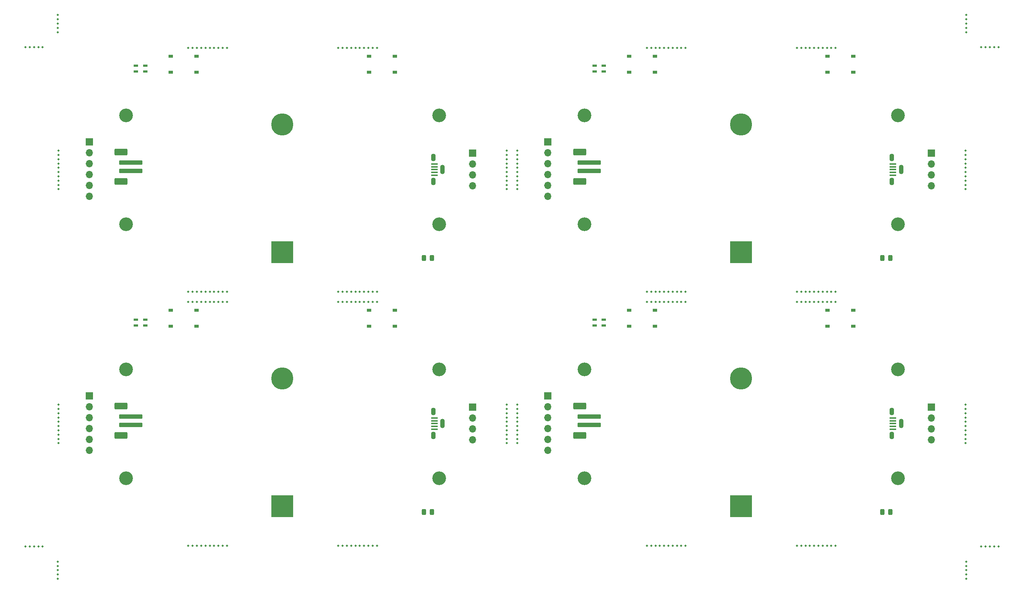
<source format=gbr>
%TF.GenerationSoftware,KiCad,Pcbnew,6.0.11-2627ca5db0~126~ubuntu20.04.1*%
%TF.CreationDate,2024-09-10T20:57:43-04:00*%
%TF.ProjectId,panel,70616e65-6c2e-46b6-9963-61645f706362,rev?*%
%TF.SameCoordinates,Original*%
%TF.FileFunction,Soldermask,Bot*%
%TF.FilePolarity,Negative*%
%FSLAX46Y46*%
G04 Gerber Fmt 4.6, Leading zero omitted, Abs format (unit mm)*
G04 Created by KiCad (PCBNEW 6.0.11-2627ca5db0~126~ubuntu20.04.1) date 2024-09-10 20:57:43*
%MOMM*%
%LPD*%
G01*
G04 APERTURE LIST*
G04 Aperture macros list*
%AMRoundRect*
0 Rectangle with rounded corners*
0 $1 Rounding radius*
0 $2 $3 $4 $5 $6 $7 $8 $9 X,Y pos of 4 corners*
0 Add a 4 corners polygon primitive as box body*
4,1,4,$2,$3,$4,$5,$6,$7,$8,$9,$2,$3,0*
0 Add four circle primitives for the rounded corners*
1,1,$1+$1,$2,$3*
1,1,$1+$1,$4,$5*
1,1,$1+$1,$6,$7*
1,1,$1+$1,$8,$9*
0 Add four rect primitives between the rounded corners*
20,1,$1+$1,$2,$3,$4,$5,0*
20,1,$1+$1,$4,$5,$6,$7,0*
20,1,$1+$1,$6,$7,$8,$9,0*
20,1,$1+$1,$8,$9,$2,$3,0*%
G04 Aperture macros list end*
%ADD10C,0.500000*%
%ADD11C,3.200000*%
%ADD12RoundRect,0.243750X0.243750X0.456250X-0.243750X0.456250X-0.243750X-0.456250X0.243750X-0.456250X0*%
%ADD13R,1.000000X0.600000*%
%ADD14R,5.175000X5.175000*%
%ADD15C,5.175000*%
%ADD16R,1.000000X0.700000*%
%ADD17R,1.700000X1.700000*%
%ADD18O,1.700000X1.700000*%
%ADD19R,1.500000X0.450000*%
%ADD20O,1.100000X1.800000*%
%ADD21O,1.100000X2.200000*%
%ADD22RoundRect,0.250000X-2.500000X0.250000X-2.500000X-0.250000X2.500000X-0.250000X2.500000X0.250000X0*%
%ADD23RoundRect,0.250000X-1.250000X0.550000X-1.250000X-0.550000X1.250000X-0.550000X1.250000X0.550000X0*%
G04 APERTURE END LIST*
D10*
%TO.C,KiKit_MB_2_1*%
X112692600Y-32133800D03*
%TD*%
%TO.C,KiKit_MB_22_3*%
X182321000Y-67467600D03*
%TD*%
%TO.C,KiKit_MB_7_2*%
X115092600Y-40133800D03*
%TD*%
%TO.C,KiKit_MB_4_5*%
X77428400Y-8200000D03*
%TD*%
%TO.C,KiKit_MB_30_4*%
X2500000Y-124535200D03*
%TD*%
%TO.C,KiKit_MB_15_1*%
X38464200Y-67467600D03*
%TD*%
%TO.C,KiKit_MB_10_2*%
X181321000Y-8200000D03*
%TD*%
%TO.C,KiKit_MB_5_8*%
X40464200Y-65067600D03*
%TD*%
%TO.C,KiKit_MB_1_4*%
X8200000Y-38133800D03*
%TD*%
%TO.C,KiKit_MB_14_8*%
X112692600Y-98401400D03*
%TD*%
%TO.C,KiKit_MB_4_6*%
X78428400Y-8200000D03*
%TD*%
%TO.C,KiKit_MB_18_1*%
X82428400Y-124335200D03*
%TD*%
%TO.C,KiKit_MB_4_2*%
X74428400Y-8200000D03*
%TD*%
%TO.C,KiKit_MB_21_7*%
X151356800Y-67467600D03*
%TD*%
D11*
%TO.C,H2*%
X130826400Y-49333800D03*
%TD*%
D10*
%TO.C,KiKit_MB_28_6*%
X219785200Y-132035200D03*
%TD*%
%TO.C,KiKit_MB_15_9*%
X46464200Y-67467600D03*
%TD*%
%TO.C,KiKit_MB_16_2*%
X74428400Y-67467600D03*
%TD*%
%TO.C,KiKit_MB_4_4*%
X76428400Y-8200000D03*
%TD*%
%TO.C,KiKit_MB_19_1*%
X115092600Y-100401400D03*
%TD*%
%TO.C,KiKit_MB_8_2*%
X219585200Y-33133800D03*
%TD*%
%TO.C,KiKit_MB_17_4*%
X44464200Y-124335200D03*
%TD*%
%TO.C,KiKit_MB_19_9*%
X115092600Y-92401400D03*
%TD*%
%TO.C,KiKit_MB_11_7*%
X148356800Y-65067600D03*
%TD*%
%TO.C,KiKit_MB_13_1*%
X8200000Y-100401400D03*
%TD*%
%TO.C,KiKit_MB_7_4*%
X115092600Y-38133800D03*
%TD*%
%TO.C,KiKit_MB_23_7*%
X148356800Y-124335200D03*
%TD*%
D11*
%TO.C,H1*%
X96958800Y-108601400D03*
%TD*%
D10*
%TO.C,KiKit_MB_8_5*%
X219585200Y-36133800D03*
%TD*%
%TO.C,KiKit_MB_4_10*%
X82428400Y-8200000D03*
%TD*%
%TO.C,KiKit_MB_5_7*%
X41464200Y-65067600D03*
%TD*%
%TO.C,KiKit_MB_1_1*%
X8200000Y-41133800D03*
%TD*%
%TO.C,KiKit_MB_2_9*%
X112692600Y-40133800D03*
%TD*%
%TO.C,KiKit_MB_20_1*%
X219585200Y-91401400D03*
%TD*%
%TO.C,KiKit_MB_12_5*%
X185321000Y-65067600D03*
%TD*%
%TO.C,KiKit_MB_23_4*%
X151356800Y-124335200D03*
%TD*%
%TO.C,KiKit_MB_3_9*%
X46464200Y-8200000D03*
%TD*%
%TO.C,KiKit_MB_21_10*%
X154356800Y-67467600D03*
%TD*%
%TO.C,KiKit_MB_22_8*%
X187321000Y-67467600D03*
%TD*%
%TO.C,KiKit_MB_23_10*%
X145356800Y-124335200D03*
%TD*%
%TO.C,KiKit_MB_10_10*%
X189321000Y-8200000D03*
%TD*%
%TO.C,KiKit_MB_16_3*%
X75428400Y-67467600D03*
%TD*%
%TO.C,KiKit_MB_12_3*%
X187321000Y-65067600D03*
%TD*%
%TO.C,KiKit_MB_14_10*%
X112692600Y-100401400D03*
%TD*%
D11*
%TO.C,H1*%
X203851400Y-49333800D03*
%TD*%
D10*
%TO.C,KiKit_MB_23_8*%
X147356800Y-124335200D03*
%TD*%
%TO.C,KiKit_MB_15_8*%
X45464200Y-67467600D03*
%TD*%
%TO.C,KiKit_MB_2_10*%
X112692600Y-41133800D03*
%TD*%
%TO.C,KiKit_MB_11_1*%
X154356800Y-65067600D03*
%TD*%
%TO.C,KiKit_MB_12_2*%
X188321000Y-65067600D03*
%TD*%
%TO.C,KiKit_MB_14_6*%
X112692600Y-96401400D03*
%TD*%
%TO.C,KiKit_MB_19_4*%
X115092600Y-97401400D03*
%TD*%
%TO.C,KiKit_MB_29_5*%
X3500000Y-8000000D03*
%TD*%
%TO.C,KiKit_MB_9_1*%
X145356800Y-8200000D03*
%TD*%
%TO.C,KiKit_MB_13_6*%
X8200000Y-95401400D03*
%TD*%
%TO.C,KiKit_MB_22_10*%
X189321000Y-67467600D03*
%TD*%
%TO.C,KiKit_MB_8_4*%
X219585200Y-35133800D03*
%TD*%
%TO.C,KiKit_MB_14_3*%
X112692600Y-93401400D03*
%TD*%
%TO.C,KiKit_MB_27_3*%
X8000000Y-129035200D03*
%TD*%
%TO.C,KiKit_MB_27_5*%
X8000000Y-131035200D03*
%TD*%
%TO.C,KiKit_MB_20_2*%
X219585200Y-92401400D03*
%TD*%
%TO.C,KiKit_MB_3_5*%
X42464200Y-8200000D03*
%TD*%
%TO.C,KiKit_MB_20_7*%
X219585200Y-97401400D03*
%TD*%
%TO.C,KiKit_MB_24_6*%
X184321000Y-124335200D03*
%TD*%
%TO.C,KiKit_MB_14_7*%
X112692600Y-97401400D03*
%TD*%
%TO.C,KiKit_MB_23_2*%
X153356800Y-124335200D03*
%TD*%
%TO.C,KiKit_MB_31_4*%
X225285200Y-8000000D03*
%TD*%
%TO.C,KiKit_MB_10_8*%
X187321000Y-8200000D03*
%TD*%
%TO.C,KiKit_MB_25_4*%
X8000000Y-2500000D03*
%TD*%
%TO.C,KiKit_MB_7_5*%
X115092600Y-37133800D03*
%TD*%
%TO.C,KiKit_MB_18_4*%
X79428400Y-124335200D03*
%TD*%
%TO.C,KiKit_MB_19_7*%
X115092600Y-94401400D03*
%TD*%
%TO.C,KiKit_MB_7_9*%
X115092600Y-33133800D03*
%TD*%
D11*
%TO.C,H4*%
X203851400Y-23933800D03*
%TD*%
D10*
%TO.C,KiKit_MB_1_5*%
X8200000Y-37133800D03*
%TD*%
%TO.C,KiKit_MB_1_3*%
X8200000Y-39133800D03*
%TD*%
%TO.C,KiKit_MB_31_3*%
X224285200Y-8000000D03*
%TD*%
%TO.C,KiKit_MB_2_7*%
X112692600Y-38133800D03*
%TD*%
%TO.C,KiKit_MB_16_5*%
X77428400Y-67467600D03*
%TD*%
%TO.C,KiKit_MB_21_4*%
X148356800Y-67467600D03*
%TD*%
%TO.C,KiKit_MB_7_3*%
X115092600Y-39133800D03*
%TD*%
D11*
%TO.C,H4*%
X96958800Y-23933800D03*
%TD*%
D10*
%TO.C,KiKit_MB_26_2*%
X219785200Y-500000D03*
%TD*%
%TO.C,KiKit_MB_13_8*%
X8200000Y-93401400D03*
%TD*%
%TO.C,KiKit_MB_12_10*%
X180321000Y-65067600D03*
%TD*%
%TO.C,KiKit_MB_30_5*%
X3500000Y-124535200D03*
%TD*%
%TO.C,KiKit_MB_24_9*%
X181321000Y-124335200D03*
%TD*%
%TO.C,KiKit_MB_18_7*%
X76428400Y-124335200D03*
%TD*%
%TO.C,KiKit_MB_16_8*%
X80428400Y-67467600D03*
%TD*%
%TO.C,KiKit_MB_28_2*%
X219785200Y-128035200D03*
%TD*%
%TO.C,KiKit_MB_11_9*%
X146356800Y-65067600D03*
%TD*%
%TO.C,KiKit_MB_16_6*%
X78428400Y-67467600D03*
%TD*%
%TO.C,KiKit_MB_22_5*%
X184321000Y-67467600D03*
%TD*%
%TO.C,KiKit_MB_5_5*%
X43464200Y-65067600D03*
%TD*%
D11*
%TO.C,H3*%
X130826400Y-23933800D03*
%TD*%
D10*
%TO.C,KiKit_MB_18_8*%
X75428400Y-124335200D03*
%TD*%
%TO.C,KiKit_MB_2_2*%
X112692600Y-33133800D03*
%TD*%
%TO.C,KiKit_MB_15_7*%
X44464200Y-67467600D03*
%TD*%
%TO.C,KiKit_MB_19_3*%
X115092600Y-98401400D03*
%TD*%
%TO.C,KiKit_MB_21_9*%
X153356800Y-67467600D03*
%TD*%
D11*
%TO.C,H2*%
X130826400Y-108601400D03*
%TD*%
D10*
%TO.C,KiKit_MB_11_2*%
X153356800Y-65067600D03*
%TD*%
%TO.C,KiKit_MB_20_9*%
X219585200Y-99401400D03*
%TD*%
%TO.C,KiKit_MB_11_10*%
X145356800Y-65067600D03*
%TD*%
%TO.C,KiKit_MB_8_7*%
X219585200Y-38133800D03*
%TD*%
%TO.C,KiKit_MB_22_4*%
X183321000Y-67467600D03*
%TD*%
%TO.C,KiKit_MB_1_7*%
X8200000Y-35133800D03*
%TD*%
%TO.C,KiKit_MB_22_7*%
X186321000Y-67467600D03*
%TD*%
%TO.C,KiKit_MB_24_7*%
X183321000Y-124335200D03*
%TD*%
%TO.C,KiKit_MB_10_1*%
X180321000Y-8200000D03*
%TD*%
%TO.C,KiKit_MB_2_3*%
X112692600Y-34133800D03*
%TD*%
%TO.C,KiKit_MB_21_6*%
X150356800Y-67467600D03*
%TD*%
D11*
%TO.C,H1*%
X96958800Y-49333800D03*
%TD*%
D10*
%TO.C,KiKit_MB_26_5*%
X219785200Y-3500000D03*
%TD*%
%TO.C,KiKit_MB_11_4*%
X151356800Y-65067600D03*
%TD*%
D11*
%TO.C,H2*%
X23933800Y-49333800D03*
%TD*%
D10*
%TO.C,KiKit_MB_17_7*%
X41464200Y-124335200D03*
%TD*%
%TO.C,KiKit_MB_12_1*%
X189321000Y-65067600D03*
%TD*%
%TO.C,KiKit_MB_2_5*%
X112692600Y-36133800D03*
%TD*%
%TO.C,KiKit_MB_5_9*%
X39464200Y-65067600D03*
%TD*%
%TO.C,KiKit_MB_16_9*%
X81428400Y-67467600D03*
%TD*%
%TO.C,KiKit_MB_6_2*%
X81428400Y-65067600D03*
%TD*%
%TO.C,KiKit_MB_3_10*%
X47464200Y-8200000D03*
%TD*%
%TO.C,KiKit_MB_29_4*%
X2500000Y-8000000D03*
%TD*%
%TO.C,KiKit_MB_25_6*%
X8000000Y-4500000D03*
%TD*%
%TO.C,KiKit_MB_10_7*%
X186321000Y-8200000D03*
%TD*%
%TO.C,KiKit_MB_26_6*%
X219785200Y-4500000D03*
%TD*%
%TO.C,KiKit_MB_31_2*%
X223285200Y-8000000D03*
%TD*%
%TO.C,KiKit_MB_25_5*%
X8000000Y-3500000D03*
%TD*%
%TO.C,KiKit_MB_12_7*%
X183321000Y-65067600D03*
%TD*%
%TO.C,KiKit_MB_19_5*%
X115092600Y-96401400D03*
%TD*%
%TO.C,KiKit_MB_6_10*%
X73428400Y-65067600D03*
%TD*%
%TO.C,KiKit_MB_3_2*%
X39464200Y-8200000D03*
%TD*%
%TO.C,KiKit_MB_21_8*%
X152356800Y-67467600D03*
%TD*%
%TO.C,KiKit_MB_6_6*%
X77428400Y-65067600D03*
%TD*%
%TO.C,KiKit_MB_1_6*%
X8200000Y-36133800D03*
%TD*%
%TO.C,KiKit_MB_14_1*%
X112692600Y-91401400D03*
%TD*%
%TO.C,KiKit_MB_1_9*%
X8200000Y-33133800D03*
%TD*%
%TO.C,KiKit_MB_23_6*%
X149356800Y-124335200D03*
%TD*%
%TO.C,KiKit_MB_17_9*%
X39464200Y-124335200D03*
%TD*%
%TO.C,KiKit_MB_13_3*%
X8200000Y-98401400D03*
%TD*%
%TO.C,KiKit_MB_10_4*%
X183321000Y-8200000D03*
%TD*%
%TO.C,KiKit_MB_18_6*%
X77428400Y-124335200D03*
%TD*%
%TO.C,KiKit_MB_26_4*%
X219785200Y-2500000D03*
%TD*%
%TO.C,KiKit_MB_22_6*%
X185321000Y-67467600D03*
%TD*%
%TO.C,KiKit_MB_7_10*%
X115092600Y-32133800D03*
%TD*%
%TO.C,KiKit_MB_20_4*%
X219585200Y-94401400D03*
%TD*%
%TO.C,KiKit_MB_3_1*%
X38464200Y-8200000D03*
%TD*%
%TO.C,KiKit_MB_13_4*%
X8200000Y-97401400D03*
%TD*%
%TO.C,KiKit_MB_30_2*%
X500000Y-124535200D03*
%TD*%
%TO.C,KiKit_MB_14_4*%
X112692600Y-94401400D03*
%TD*%
%TO.C,KiKit_MB_9_10*%
X154356800Y-8200000D03*
%TD*%
%TO.C,KiKit_MB_12_9*%
X181321000Y-65067600D03*
%TD*%
%TO.C,KiKit_MB_13_10*%
X8200000Y-91401400D03*
%TD*%
%TO.C,KiKit_MB_24_8*%
X182321000Y-124335200D03*
%TD*%
%TO.C,KiKit_MB_27_6*%
X8000000Y-132035200D03*
%TD*%
%TO.C,KiKit_MB_10_5*%
X184321000Y-8200000D03*
%TD*%
%TO.C,KiKit_MB_28_3*%
X219785200Y-129035200D03*
%TD*%
%TO.C,KiKit_MB_15_6*%
X43464200Y-67467600D03*
%TD*%
%TO.C,KiKit_MB_6_5*%
X78428400Y-65067600D03*
%TD*%
%TO.C,KiKit_MB_4_3*%
X75428400Y-8200000D03*
%TD*%
%TO.C,KiKit_MB_20_3*%
X219585200Y-93401400D03*
%TD*%
%TO.C,KiKit_MB_6_4*%
X79428400Y-65067600D03*
%TD*%
%TO.C,KiKit_MB_4_1*%
X73428400Y-8200000D03*
%TD*%
%TO.C,KiKit_MB_32_3*%
X224285200Y-124535200D03*
%TD*%
D11*
%TO.C,H4*%
X96958800Y-83201400D03*
%TD*%
D10*
%TO.C,KiKit_MB_19_10*%
X115092600Y-91401400D03*
%TD*%
%TO.C,KiKit_MB_7_6*%
X115092600Y-36133800D03*
%TD*%
%TO.C,KiKit_MB_20_5*%
X219585200Y-95401400D03*
%TD*%
%TO.C,KiKit_MB_19_6*%
X115092600Y-95401400D03*
%TD*%
%TO.C,KiKit_MB_27_4*%
X8000000Y-130035200D03*
%TD*%
%TO.C,KiKit_MB_5_2*%
X46464200Y-65067600D03*
%TD*%
%TO.C,KiKit_MB_30_6*%
X4500000Y-124535200D03*
%TD*%
%TO.C,KiKit_MB_14_5*%
X112692600Y-95401400D03*
%TD*%
%TO.C,KiKit_MB_31_5*%
X226285200Y-8000000D03*
%TD*%
D11*
%TO.C,H2*%
X23933800Y-108601400D03*
%TD*%
D10*
%TO.C,KiKit_MB_17_2*%
X46464200Y-124335200D03*
%TD*%
%TO.C,KiKit_MB_11_8*%
X147356800Y-65067600D03*
%TD*%
%TO.C,KiKit_MB_15_2*%
X39464200Y-67467600D03*
%TD*%
%TO.C,KiKit_MB_17_1*%
X47464200Y-124335200D03*
%TD*%
%TO.C,KiKit_MB_9_6*%
X150356800Y-8200000D03*
%TD*%
%TO.C,KiKit_MB_21_2*%
X146356800Y-67467600D03*
%TD*%
%TO.C,KiKit_MB_18_9*%
X74428400Y-124335200D03*
%TD*%
%TO.C,KiKit_MB_26_3*%
X219785200Y-1500000D03*
%TD*%
%TO.C,KiKit_MB_17_5*%
X43464200Y-124335200D03*
%TD*%
%TO.C,KiKit_MB_32_2*%
X223285200Y-124535200D03*
%TD*%
%TO.C,KiKit_MB_10_9*%
X188321000Y-8200000D03*
%TD*%
%TO.C,KiKit_MB_28_4*%
X219785200Y-130035200D03*
%TD*%
%TO.C,KiKit_MB_6_1*%
X82428400Y-65067600D03*
%TD*%
%TO.C,KiKit_MB_19_8*%
X115092600Y-93401400D03*
%TD*%
%TO.C,KiKit_MB_18_10*%
X73428400Y-124335200D03*
%TD*%
%TO.C,KiKit_MB_13_5*%
X8200000Y-96401400D03*
%TD*%
%TO.C,KiKit_MB_21_3*%
X147356800Y-67467600D03*
%TD*%
%TO.C,KiKit_MB_3_6*%
X43464200Y-8200000D03*
%TD*%
%TO.C,KiKit_MB_15_5*%
X42464200Y-67467600D03*
%TD*%
%TO.C,KiKit_MB_3_4*%
X41464200Y-8200000D03*
%TD*%
%TO.C,KiKit_MB_27_2*%
X8000000Y-128035200D03*
%TD*%
%TO.C,KiKit_MB_31_6*%
X227285200Y-8000000D03*
%TD*%
%TO.C,KiKit_MB_3_7*%
X44464200Y-8200000D03*
%TD*%
%TO.C,KiKit_MB_23_1*%
X154356800Y-124335200D03*
%TD*%
%TO.C,KiKit_MB_13_9*%
X8200000Y-92401400D03*
%TD*%
%TO.C,KiKit_MB_19_2*%
X115092600Y-99401400D03*
%TD*%
%TO.C,KiKit_MB_17_3*%
X45464200Y-124335200D03*
%TD*%
%TO.C,KiKit_MB_8_3*%
X219585200Y-34133800D03*
%TD*%
%TO.C,KiKit_MB_24_3*%
X187321000Y-124335200D03*
%TD*%
%TO.C,KiKit_MB_20_10*%
X219585200Y-100401400D03*
%TD*%
%TO.C,KiKit_MB_6_9*%
X74428400Y-65067600D03*
%TD*%
%TO.C,KiKit_MB_15_10*%
X47464200Y-67467600D03*
%TD*%
%TO.C,KiKit_MB_12_8*%
X182321000Y-65067600D03*
%TD*%
%TO.C,KiKit_MB_3_3*%
X40464200Y-8200000D03*
%TD*%
%TO.C,KiKit_MB_9_9*%
X153356800Y-8200000D03*
%TD*%
%TO.C,KiKit_MB_25_2*%
X8000000Y-500000D03*
%TD*%
%TO.C,KiKit_MB_5_6*%
X42464200Y-65067600D03*
%TD*%
%TO.C,KiKit_MB_8_8*%
X219585200Y-39133800D03*
%TD*%
%TO.C,KiKit_MB_24_5*%
X185321000Y-124335200D03*
%TD*%
%TO.C,KiKit_MB_22_2*%
X181321000Y-67467600D03*
%TD*%
%TO.C,KiKit_MB_14_2*%
X112692600Y-92401400D03*
%TD*%
%TO.C,KiKit_MB_12_4*%
X186321000Y-65067600D03*
%TD*%
%TO.C,KiKit_MB_8_10*%
X219585200Y-41133800D03*
%TD*%
%TO.C,KiKit_MB_12_6*%
X184321000Y-65067600D03*
%TD*%
%TO.C,KiKit_MB_28_5*%
X219785200Y-131035200D03*
%TD*%
%TO.C,KiKit_MB_29_3*%
X1500000Y-8000000D03*
%TD*%
%TO.C,KiKit_MB_9_2*%
X146356800Y-8200000D03*
%TD*%
%TO.C,KiKit_MB_24_2*%
X188321000Y-124335200D03*
%TD*%
%TO.C,KiKit_MB_18_2*%
X81428400Y-124335200D03*
%TD*%
%TO.C,KiKit_MB_11_6*%
X149356800Y-65067600D03*
%TD*%
%TO.C,KiKit_MB_8_9*%
X219585200Y-40133800D03*
%TD*%
%TO.C,KiKit_MB_18_3*%
X80428400Y-124335200D03*
%TD*%
%TO.C,KiKit_MB_29_2*%
X500000Y-8000000D03*
%TD*%
%TO.C,KiKit_MB_9_3*%
X147356800Y-8200000D03*
%TD*%
%TO.C,KiKit_MB_15_4*%
X41464200Y-67467600D03*
%TD*%
%TO.C,KiKit_MB_9_5*%
X149356800Y-8200000D03*
%TD*%
D11*
%TO.C,H3*%
X130826400Y-83201400D03*
%TD*%
D10*
%TO.C,KiKit_MB_4_8*%
X80428400Y-8200000D03*
%TD*%
%TO.C,KiKit_MB_2_6*%
X112692600Y-37133800D03*
%TD*%
%TO.C,KiKit_MB_17_6*%
X42464200Y-124335200D03*
%TD*%
%TO.C,KiKit_MB_21_5*%
X149356800Y-67467600D03*
%TD*%
%TO.C,KiKit_MB_14_9*%
X112692600Y-99401400D03*
%TD*%
%TO.C,KiKit_MB_10_3*%
X182321000Y-8200000D03*
%TD*%
%TO.C,KiKit_MB_32_5*%
X226285200Y-124535200D03*
%TD*%
%TO.C,KiKit_MB_6_3*%
X80428400Y-65067600D03*
%TD*%
%TO.C,KiKit_MB_6_7*%
X76428400Y-65067600D03*
%TD*%
%TO.C,KiKit_MB_21_1*%
X145356800Y-67467600D03*
%TD*%
%TO.C,KiKit_MB_15_3*%
X40464200Y-67467600D03*
%TD*%
D11*
%TO.C,H3*%
X23933800Y-83201400D03*
%TD*%
%TO.C,H3*%
X23933800Y-23933800D03*
%TD*%
D10*
%TO.C,KiKit_MB_17_8*%
X40464200Y-124335200D03*
%TD*%
%TO.C,KiKit_MB_16_7*%
X79428400Y-67467600D03*
%TD*%
D11*
%TO.C,H4*%
X203851400Y-83201400D03*
%TD*%
%TO.C,H1*%
X203851400Y-108601400D03*
%TD*%
D10*
%TO.C,KiKit_MB_5_4*%
X44464200Y-65067600D03*
%TD*%
%TO.C,KiKit_MB_24_1*%
X189321000Y-124335200D03*
%TD*%
%TO.C,KiKit_MB_32_6*%
X227285200Y-124535200D03*
%TD*%
%TO.C,KiKit_MB_7_8*%
X115092600Y-34133800D03*
%TD*%
%TO.C,KiKit_MB_8_1*%
X219585200Y-32133800D03*
%TD*%
%TO.C,KiKit_MB_1_10*%
X8200000Y-32133800D03*
%TD*%
%TO.C,KiKit_MB_20_8*%
X219585200Y-98401400D03*
%TD*%
%TO.C,KiKit_MB_5_1*%
X47464200Y-65067600D03*
%TD*%
%TO.C,KiKit_MB_20_6*%
X219585200Y-96401400D03*
%TD*%
%TO.C,KiKit_MB_29_6*%
X4500000Y-8000000D03*
%TD*%
%TO.C,KiKit_MB_4_7*%
X79428400Y-8200000D03*
%TD*%
%TO.C,KiKit_MB_5_3*%
X45464200Y-65067600D03*
%TD*%
%TO.C,KiKit_MB_9_4*%
X148356800Y-8200000D03*
%TD*%
%TO.C,KiKit_MB_13_7*%
X8200000Y-94401400D03*
%TD*%
%TO.C,KiKit_MB_9_7*%
X151356800Y-8200000D03*
%TD*%
%TO.C,KiKit_MB_11_3*%
X152356800Y-65067600D03*
%TD*%
%TO.C,KiKit_MB_8_6*%
X219585200Y-37133800D03*
%TD*%
%TO.C,KiKit_MB_24_4*%
X186321000Y-124335200D03*
%TD*%
%TO.C,KiKit_MB_2_4*%
X112692600Y-35133800D03*
%TD*%
%TO.C,KiKit_MB_4_9*%
X81428400Y-8200000D03*
%TD*%
%TO.C,KiKit_MB_7_7*%
X115092600Y-35133800D03*
%TD*%
%TO.C,KiKit_MB_6_8*%
X75428400Y-65067600D03*
%TD*%
%TO.C,KiKit_MB_25_3*%
X8000000Y-1500000D03*
%TD*%
%TO.C,KiKit_MB_23_3*%
X152356800Y-124335200D03*
%TD*%
%TO.C,KiKit_MB_16_1*%
X73428400Y-67467600D03*
%TD*%
%TO.C,KiKit_MB_18_5*%
X78428400Y-124335200D03*
%TD*%
%TO.C,KiKit_MB_3_8*%
X45464200Y-8200000D03*
%TD*%
%TO.C,KiKit_MB_7_1*%
X115092600Y-41133800D03*
%TD*%
%TO.C,KiKit_MB_5_10*%
X38464200Y-65067600D03*
%TD*%
%TO.C,KiKit_MB_2_8*%
X112692600Y-39133800D03*
%TD*%
%TO.C,KiKit_MB_16_4*%
X76428400Y-67467600D03*
%TD*%
%TO.C,KiKit_MB_32_4*%
X225285200Y-124535200D03*
%TD*%
%TO.C,KiKit_MB_1_8*%
X8200000Y-34133800D03*
%TD*%
%TO.C,KiKit_MB_30_3*%
X1500000Y-124535200D03*
%TD*%
%TO.C,KiKit_MB_10_6*%
X185321000Y-8200000D03*
%TD*%
%TO.C,KiKit_MB_13_2*%
X8200000Y-99401400D03*
%TD*%
%TO.C,KiKit_MB_9_8*%
X152356800Y-8200000D03*
%TD*%
%TO.C,KiKit_MB_24_10*%
X180321000Y-124335200D03*
%TD*%
%TO.C,KiKit_MB_1_2*%
X8200000Y-40133800D03*
%TD*%
%TO.C,KiKit_MB_22_1*%
X180321000Y-67467600D03*
%TD*%
%TO.C,KiKit_MB_23_5*%
X150356800Y-124335200D03*
%TD*%
%TO.C,KiKit_MB_11_5*%
X150356800Y-65067600D03*
%TD*%
%TO.C,KiKit_MB_16_10*%
X82428400Y-67467600D03*
%TD*%
%TO.C,KiKit_MB_22_9*%
X188321000Y-67467600D03*
%TD*%
%TO.C,KiKit_MB_17_10*%
X38464200Y-124335200D03*
%TD*%
%TO.C,KiKit_MB_23_9*%
X146356800Y-124335200D03*
%TD*%
D12*
%TO.C,D2*%
X95218200Y-57170000D03*
X93343200Y-57170000D03*
%TD*%
D13*
%TO.C,U6*%
X26232000Y-72917600D03*
X26232000Y-71617600D03*
X28432000Y-71617600D03*
X28432000Y-72917600D03*
%TD*%
D14*
%TO.C,J6*%
X60380700Y-115097600D03*
D15*
X60380700Y-85257600D03*
%TD*%
D16*
%TO.C,S2*%
X193453300Y-69387600D03*
X187453300Y-69387600D03*
X193453300Y-73087600D03*
X187453300Y-73087600D03*
%TD*%
%TO.C,S1*%
X141224600Y-73087600D03*
X147224600Y-73087600D03*
X141224600Y-69387600D03*
X147224600Y-69387600D03*
%TD*%
D17*
%TO.C,J5*%
X211630919Y-91957600D03*
D18*
X211630919Y-94497600D03*
X211630919Y-97037600D03*
X211630919Y-99577600D03*
%TD*%
D19*
%TO.C,J4*%
X95800700Y-94527600D03*
X95800700Y-95177600D03*
X95800700Y-95827600D03*
X95800700Y-96477600D03*
X95800700Y-97127600D03*
D20*
X95550700Y-98627600D03*
D21*
X97700700Y-95827600D03*
D20*
X95550700Y-93027600D03*
%TD*%
D14*
%TO.C,J6*%
X60380700Y-55830000D03*
D15*
X60380700Y-25990000D03*
%TD*%
D17*
%TO.C,J3*%
X122266633Y-30090000D03*
D18*
X122266633Y-32630000D03*
X122266633Y-35170000D03*
X122266633Y-37710000D03*
X122266633Y-40250000D03*
X122266633Y-42790000D03*
%TD*%
D16*
%TO.C,S2*%
X86560700Y-10120000D03*
X80560700Y-10120000D03*
X86560700Y-13820000D03*
X80560700Y-13820000D03*
%TD*%
D12*
%TO.C,D2*%
X202110800Y-116437600D03*
X200235800Y-116437600D03*
%TD*%
D19*
%TO.C,J4*%
X202693300Y-94527600D03*
X202693300Y-95177600D03*
X202693300Y-95827600D03*
X202693300Y-96477600D03*
X202693300Y-97127600D03*
D21*
X204593300Y-95827600D03*
D20*
X202443300Y-98627600D03*
X202443300Y-93027600D03*
%TD*%
D17*
%TO.C,J5*%
X104738319Y-32690000D03*
D18*
X104738319Y-35230000D03*
X104738319Y-37770000D03*
X104738319Y-40310000D03*
%TD*%
D17*
%TO.C,J3*%
X122266633Y-89357600D03*
D18*
X122266633Y-91897600D03*
X122266633Y-94437600D03*
X122266633Y-96977600D03*
X122266633Y-99517600D03*
X122266633Y-102057600D03*
%TD*%
D16*
%TO.C,S2*%
X193453300Y-10120000D03*
X187453300Y-10120000D03*
X193453300Y-13820000D03*
X187453300Y-13820000D03*
%TD*%
%TO.C,S2*%
X86560700Y-69387600D03*
X80560700Y-69387600D03*
X86560700Y-73087600D03*
X80560700Y-73087600D03*
%TD*%
D17*
%TO.C,J5*%
X211630919Y-32690000D03*
D18*
X211630919Y-35230000D03*
X211630919Y-37770000D03*
X211630919Y-40310000D03*
%TD*%
D17*
%TO.C,J3*%
X15374033Y-30090000D03*
D18*
X15374033Y-32630000D03*
X15374033Y-35170000D03*
X15374033Y-37710000D03*
X15374033Y-40250000D03*
X15374033Y-42790000D03*
%TD*%
D14*
%TO.C,J6*%
X167273300Y-55830000D03*
D15*
X167273300Y-25990000D03*
%TD*%
D22*
%TO.C,J1*%
X131903300Y-34900000D03*
X131903300Y-36900000D03*
D23*
X129653300Y-32500000D03*
X129653300Y-39300000D03*
%TD*%
D12*
%TO.C,D2*%
X202110800Y-57170000D03*
X200235800Y-57170000D03*
%TD*%
D13*
%TO.C,U6*%
X133124600Y-13650000D03*
X133124600Y-12350000D03*
X135324600Y-12350000D03*
X135324600Y-13650000D03*
%TD*%
D22*
%TO.C,J1*%
X25010700Y-94167600D03*
X25010700Y-96167600D03*
D23*
X22760700Y-91767600D03*
X22760700Y-98567600D03*
%TD*%
D14*
%TO.C,J6*%
X167273300Y-115097600D03*
D15*
X167273300Y-85257600D03*
%TD*%
D17*
%TO.C,J3*%
X15374033Y-89357600D03*
D18*
X15374033Y-91897600D03*
X15374033Y-94437600D03*
X15374033Y-96977600D03*
X15374033Y-99517600D03*
X15374033Y-102057600D03*
%TD*%
D16*
%TO.C,S1*%
X34332000Y-13820000D03*
X40332000Y-13820000D03*
X34332000Y-10120000D03*
X40332000Y-10120000D03*
%TD*%
D19*
%TO.C,J4*%
X202693300Y-35260000D03*
X202693300Y-35910000D03*
X202693300Y-36560000D03*
X202693300Y-37210000D03*
X202693300Y-37860000D03*
D20*
X202443300Y-39360000D03*
D21*
X204593300Y-36560000D03*
D20*
X202443300Y-33760000D03*
%TD*%
D22*
%TO.C,J1*%
X131903300Y-94167600D03*
X131903300Y-96167600D03*
D23*
X129653300Y-91767600D03*
X129653300Y-98567600D03*
%TD*%
D12*
%TO.C,D2*%
X95218200Y-116437600D03*
X93343200Y-116437600D03*
%TD*%
D22*
%TO.C,J1*%
X25010700Y-34900000D03*
X25010700Y-36900000D03*
D23*
X22760700Y-39300000D03*
X22760700Y-32500000D03*
%TD*%
D13*
%TO.C,U6*%
X133124600Y-72917600D03*
X133124600Y-71617600D03*
X135324600Y-71617600D03*
X135324600Y-72917600D03*
%TD*%
D16*
%TO.C,S1*%
X34332000Y-73087600D03*
X40332000Y-73087600D03*
X34332000Y-69387600D03*
X40332000Y-69387600D03*
%TD*%
D13*
%TO.C,U6*%
X26232000Y-13650000D03*
X26232000Y-12350000D03*
X28432000Y-12350000D03*
X28432000Y-13650000D03*
%TD*%
D17*
%TO.C,J5*%
X104738319Y-91957600D03*
D18*
X104738319Y-94497600D03*
X104738319Y-97037600D03*
X104738319Y-99577600D03*
%TD*%
D16*
%TO.C,S1*%
X141224600Y-13820000D03*
X147224600Y-13820000D03*
X141224600Y-10120000D03*
X147224600Y-10120000D03*
%TD*%
D19*
%TO.C,J4*%
X95800700Y-35260000D03*
X95800700Y-35910000D03*
X95800700Y-36560000D03*
X95800700Y-37210000D03*
X95800700Y-37860000D03*
D20*
X95550700Y-33760000D03*
X95550700Y-39360000D03*
D21*
X97700700Y-36560000D03*
%TD*%
M02*

</source>
